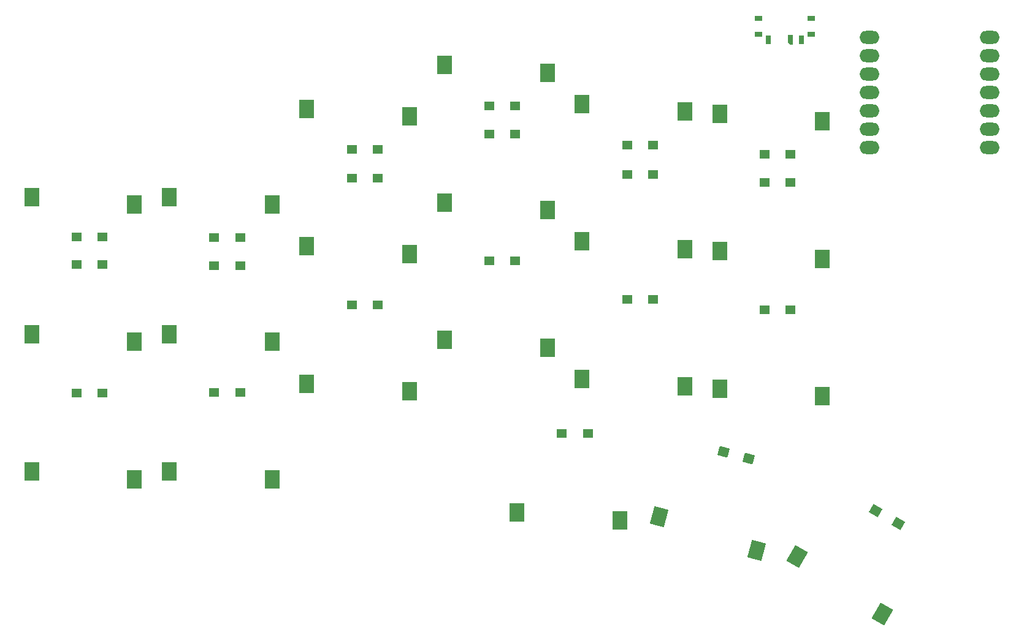
<source format=gbp>
%TF.GenerationSoftware,KiCad,Pcbnew,8.0.5*%
%TF.CreationDate,2025-01-25T20:12:58+02:00*%
%TF.ProjectId,1_3A,315f3341-2e6b-4696-9361-645f70636258,rev?*%
%TF.SameCoordinates,Original*%
%TF.FileFunction,Paste,Bot*%
%TF.FilePolarity,Positive*%
%FSLAX46Y46*%
G04 Gerber Fmt 4.6, Leading zero omitted, Abs format (unit mm)*
G04 Created by KiCad (PCBNEW 8.0.5) date 2025-01-25 20:12:58*
%MOMM*%
%LPD*%
G01*
G04 APERTURE LIST*
G04 Aperture macros list*
%AMRotRect*
0 Rectangle, with rotation*
0 The origin of the aperture is its center*
0 $1 length*
0 $2 width*
0 $3 Rotation angle, in degrees counterclockwise*
0 Add horizontal line*
21,1,$1,$2,0,0,$3*%
%AMOutline5P*
0 Free polygon, 5 corners , with rotation*
0 The origin of the aperture is its center*
0 number of corners: always 5*
0 $1 to $10 corner X, Y*
0 $11 Rotation angle, in degrees counterclockwise*
0 create outline with 5 corners*
4,1,5,$1,$2,$3,$4,$5,$6,$7,$8,$9,$10,$1,$2,$11*%
%AMOutline6P*
0 Free polygon, 6 corners , with rotation*
0 The origin of the aperture is its center*
0 number of corners: always 6*
0 $1 to $12 corner X, Y*
0 $13 Rotation angle, in degrees counterclockwise*
0 create outline with 6 corners*
4,1,6,$1,$2,$3,$4,$5,$6,$7,$8,$9,$10,$11,$12,$1,$2,$13*%
%AMOutline7P*
0 Free polygon, 7 corners , with rotation*
0 The origin of the aperture is its center*
0 number of corners: always 7*
0 $1 to $14 corner X, Y*
0 $15 Rotation angle, in degrees counterclockwise*
0 create outline with 7 corners*
4,1,7,$1,$2,$3,$4,$5,$6,$7,$8,$9,$10,$11,$12,$13,$14,$1,$2,$15*%
%AMOutline8P*
0 Free polygon, 8 corners , with rotation*
0 The origin of the aperture is its center*
0 number of corners: always 8*
0 $1 to $16 corner X, Y*
0 $17 Rotation angle, in degrees counterclockwise*
0 create outline with 8 corners*
4,1,8,$1,$2,$3,$4,$5,$6,$7,$8,$9,$10,$11,$12,$13,$14,$15,$16,$1,$2,$17*%
G04 Aperture macros list end*
%ADD10RotRect,2.000000X2.500000X330.000000*%
%ADD11R,2.000000X2.500000*%
%ADD12RotRect,2.000000X2.500000X345.000000*%
%ADD13RotRect,1.425000X1.300000X165.000000*%
%ADD14R,1.425000X1.300000*%
%ADD15RotRect,1.425000X1.300000X150.000000*%
%ADD16O,2.750000X1.800000*%
%ADD17R,1.000000X0.800000*%
%ADD18R,0.700000X1.280000*%
%ADD19Outline5P,-0.350000X0.640000X0.350000X0.640000X0.350000X-0.640000X-0.070000X-0.640000X-0.350000X-0.360000X0.000000*%
G04 APERTURE END LIST*
D10*
X182199061Y-130489492D03*
X193971622Y-138498819D03*
D11*
X114500000Y-87640970D03*
X128700000Y-88690970D03*
D12*
X163191220Y-124992485D03*
X176635607Y-129681938D03*
D11*
X95500000Y-80790970D03*
X109700000Y-81840970D03*
X76500000Y-99790970D03*
X90700000Y-100840970D03*
X152500000Y-67940970D03*
X166700000Y-68990970D03*
X114500000Y-106640970D03*
X128700000Y-107690970D03*
X171500000Y-88315970D03*
X185700000Y-89365970D03*
X171500000Y-69315970D03*
X185700000Y-70365970D03*
X152500000Y-105940970D03*
X166700000Y-106990970D03*
X152500000Y-86940970D03*
X166700000Y-87990970D03*
X114500000Y-68640970D03*
X128700000Y-69690970D03*
X171500000Y-107315970D03*
X185700000Y-108365970D03*
X95500000Y-99790970D03*
X109700000Y-100840970D03*
X133500000Y-62565970D03*
X147700000Y-63615970D03*
X143500000Y-124440700D03*
X157700000Y-125490700D03*
X76500000Y-80790970D03*
X90700000Y-81840970D03*
X133500000Y-100565970D03*
X147700000Y-101615970D03*
X95500000Y-118790970D03*
X109700000Y-119840970D03*
X76500000Y-118790970D03*
X90700000Y-119840970D03*
X133500000Y-81565970D03*
X147700000Y-82615970D03*
D13*
X175526592Y-116962639D03*
X172073408Y-116037361D03*
D14*
X181287500Y-96400000D03*
X177712500Y-96400000D03*
D15*
X196148020Y-125993750D03*
X193051980Y-124206250D03*
D14*
X153287500Y-113500000D03*
X149712500Y-113500000D03*
X105287500Y-86400000D03*
X101712500Y-86400000D03*
X105287500Y-90297000D03*
X101712500Y-90297000D03*
X162287500Y-95000000D03*
X158712500Y-95000000D03*
X181287500Y-74900000D03*
X177712500Y-74900000D03*
X86287500Y-90170000D03*
X82712500Y-90170000D03*
X181287500Y-78800000D03*
X177712500Y-78800000D03*
X143287500Y-68200000D03*
X139712500Y-68200000D03*
X143287500Y-72100000D03*
X139712500Y-72100000D03*
D16*
X192205040Y-58696046D03*
X192205040Y-61236046D03*
X192205040Y-63776046D03*
X192205040Y-66316046D03*
X192205040Y-68856046D03*
X192205040Y-71396046D03*
X192205040Y-73936046D03*
X208794960Y-73936046D03*
X208794960Y-71396046D03*
X208794960Y-68856046D03*
X208794960Y-66316046D03*
X208794960Y-63776046D03*
X208794960Y-61236046D03*
X208794960Y-58696046D03*
D14*
X162287500Y-73600000D03*
X158712500Y-73600000D03*
X124287500Y-74200000D03*
X120712500Y-74200000D03*
X143287500Y-89600000D03*
X139712500Y-89600000D03*
X86287500Y-107900000D03*
X82712500Y-107900000D03*
X162287500Y-77700000D03*
X158712500Y-77700000D03*
D17*
X184150000Y-58300970D03*
X184150000Y-56080970D03*
X176850000Y-58300970D03*
X176850000Y-56080970D03*
D18*
X182750000Y-59060970D03*
D19*
X181250000Y-59060970D03*
D18*
X178250000Y-59060970D03*
D14*
X124287500Y-78200000D03*
X120712500Y-78200000D03*
X86287500Y-86360000D03*
X82712500Y-86360000D03*
X124287500Y-95700000D03*
X120712500Y-95700000D03*
X105287500Y-107800000D03*
X101712500Y-107800000D03*
M02*

</source>
